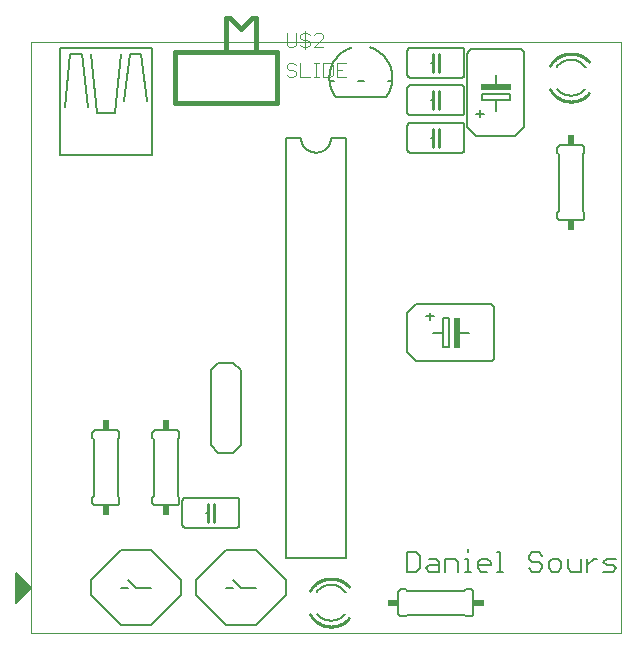
<source format=gbo>
G75*
%MOIN*%
%OFA0B0*%
%FSLAX25Y25*%
%IPPOS*%
%LPD*%
%AMOC8*
5,1,8,0,0,1.08239X$1,22.5*
%
%ADD10C,0.00000*%
%ADD11C,0.00600*%
%ADD12C,0.01000*%
%ADD13R,0.02000X0.10000*%
%ADD14R,0.10000X0.02000*%
%ADD15C,0.00500*%
%ADD16R,0.02400X0.03400*%
%ADD17R,0.03400X0.02400*%
%ADD18C,0.01600*%
%ADD19C,0.00400*%
%ADD20C,0.00800*%
D10*
X0006250Y0003667D02*
X0006250Y0200517D01*
X0203100Y0200517D01*
X0203100Y0003667D01*
X0006250Y0003667D01*
D11*
X0027750Y0046167D02*
X0034750Y0046167D01*
X0034810Y0046169D01*
X0034871Y0046174D01*
X0034930Y0046183D01*
X0034989Y0046196D01*
X0035048Y0046212D01*
X0035105Y0046232D01*
X0035160Y0046255D01*
X0035215Y0046282D01*
X0035267Y0046311D01*
X0035318Y0046344D01*
X0035367Y0046380D01*
X0035413Y0046418D01*
X0035457Y0046460D01*
X0035499Y0046504D01*
X0035537Y0046550D01*
X0035573Y0046599D01*
X0035606Y0046650D01*
X0035635Y0046702D01*
X0035662Y0046757D01*
X0035685Y0046812D01*
X0035705Y0046869D01*
X0035721Y0046928D01*
X0035734Y0046987D01*
X0035743Y0047046D01*
X0035748Y0047107D01*
X0035750Y0047167D01*
X0035750Y0048667D01*
X0035250Y0049167D01*
X0035250Y0068167D01*
X0035750Y0068667D01*
X0035750Y0070167D01*
X0035748Y0070227D01*
X0035743Y0070288D01*
X0035734Y0070347D01*
X0035721Y0070406D01*
X0035705Y0070465D01*
X0035685Y0070522D01*
X0035662Y0070577D01*
X0035635Y0070632D01*
X0035606Y0070684D01*
X0035573Y0070735D01*
X0035537Y0070784D01*
X0035499Y0070830D01*
X0035457Y0070874D01*
X0035413Y0070916D01*
X0035367Y0070954D01*
X0035318Y0070990D01*
X0035267Y0071023D01*
X0035215Y0071052D01*
X0035160Y0071079D01*
X0035105Y0071102D01*
X0035048Y0071122D01*
X0034989Y0071138D01*
X0034930Y0071151D01*
X0034871Y0071160D01*
X0034810Y0071165D01*
X0034750Y0071167D01*
X0027750Y0071167D01*
X0027690Y0071165D01*
X0027629Y0071160D01*
X0027570Y0071151D01*
X0027511Y0071138D01*
X0027452Y0071122D01*
X0027395Y0071102D01*
X0027340Y0071079D01*
X0027285Y0071052D01*
X0027233Y0071023D01*
X0027182Y0070990D01*
X0027133Y0070954D01*
X0027087Y0070916D01*
X0027043Y0070874D01*
X0027001Y0070830D01*
X0026963Y0070784D01*
X0026927Y0070735D01*
X0026894Y0070684D01*
X0026865Y0070632D01*
X0026838Y0070577D01*
X0026815Y0070522D01*
X0026795Y0070465D01*
X0026779Y0070406D01*
X0026766Y0070347D01*
X0026757Y0070288D01*
X0026752Y0070227D01*
X0026750Y0070167D01*
X0026750Y0068667D01*
X0027250Y0068167D01*
X0027250Y0049167D01*
X0026750Y0048667D01*
X0026750Y0047167D01*
X0026752Y0047107D01*
X0026757Y0047046D01*
X0026766Y0046987D01*
X0026779Y0046928D01*
X0026795Y0046869D01*
X0026815Y0046812D01*
X0026838Y0046757D01*
X0026865Y0046702D01*
X0026894Y0046650D01*
X0026927Y0046599D01*
X0026963Y0046550D01*
X0027001Y0046504D01*
X0027043Y0046460D01*
X0027087Y0046418D01*
X0027133Y0046380D01*
X0027182Y0046344D01*
X0027233Y0046311D01*
X0027285Y0046282D01*
X0027340Y0046255D01*
X0027395Y0046232D01*
X0027452Y0046212D01*
X0027511Y0046196D01*
X0027570Y0046183D01*
X0027629Y0046174D01*
X0027690Y0046169D01*
X0027750Y0046167D01*
X0046750Y0047167D02*
X0046750Y0048667D01*
X0047250Y0049167D01*
X0047250Y0068167D01*
X0046750Y0068667D01*
X0046750Y0070167D01*
X0046752Y0070227D01*
X0046757Y0070288D01*
X0046766Y0070347D01*
X0046779Y0070406D01*
X0046795Y0070465D01*
X0046815Y0070522D01*
X0046838Y0070577D01*
X0046865Y0070632D01*
X0046894Y0070684D01*
X0046927Y0070735D01*
X0046963Y0070784D01*
X0047001Y0070830D01*
X0047043Y0070874D01*
X0047087Y0070916D01*
X0047133Y0070954D01*
X0047182Y0070990D01*
X0047233Y0071023D01*
X0047285Y0071052D01*
X0047340Y0071079D01*
X0047395Y0071102D01*
X0047452Y0071122D01*
X0047511Y0071138D01*
X0047570Y0071151D01*
X0047629Y0071160D01*
X0047690Y0071165D01*
X0047750Y0071167D01*
X0054750Y0071167D01*
X0054810Y0071165D01*
X0054871Y0071160D01*
X0054930Y0071151D01*
X0054989Y0071138D01*
X0055048Y0071122D01*
X0055105Y0071102D01*
X0055160Y0071079D01*
X0055215Y0071052D01*
X0055267Y0071023D01*
X0055318Y0070990D01*
X0055367Y0070954D01*
X0055413Y0070916D01*
X0055457Y0070874D01*
X0055499Y0070830D01*
X0055537Y0070784D01*
X0055573Y0070735D01*
X0055606Y0070684D01*
X0055635Y0070632D01*
X0055662Y0070577D01*
X0055685Y0070522D01*
X0055705Y0070465D01*
X0055721Y0070406D01*
X0055734Y0070347D01*
X0055743Y0070288D01*
X0055748Y0070227D01*
X0055750Y0070167D01*
X0055750Y0068667D01*
X0055250Y0068167D01*
X0055250Y0049167D01*
X0055750Y0048667D01*
X0055750Y0047167D01*
X0055748Y0047107D01*
X0055743Y0047046D01*
X0055734Y0046987D01*
X0055721Y0046928D01*
X0055705Y0046869D01*
X0055685Y0046812D01*
X0055662Y0046757D01*
X0055635Y0046702D01*
X0055606Y0046650D01*
X0055573Y0046599D01*
X0055537Y0046550D01*
X0055499Y0046504D01*
X0055457Y0046460D01*
X0055413Y0046418D01*
X0055367Y0046380D01*
X0055318Y0046344D01*
X0055267Y0046311D01*
X0055215Y0046282D01*
X0055160Y0046255D01*
X0055105Y0046232D01*
X0055048Y0046212D01*
X0054989Y0046196D01*
X0054930Y0046183D01*
X0054871Y0046174D01*
X0054810Y0046169D01*
X0054750Y0046167D01*
X0047750Y0046167D01*
X0047690Y0046169D01*
X0047629Y0046174D01*
X0047570Y0046183D01*
X0047511Y0046196D01*
X0047452Y0046212D01*
X0047395Y0046232D01*
X0047340Y0046255D01*
X0047285Y0046282D01*
X0047233Y0046311D01*
X0047182Y0046344D01*
X0047133Y0046380D01*
X0047087Y0046418D01*
X0047043Y0046460D01*
X0047001Y0046504D01*
X0046963Y0046550D01*
X0046927Y0046599D01*
X0046894Y0046650D01*
X0046865Y0046702D01*
X0046838Y0046757D01*
X0046815Y0046812D01*
X0046795Y0046869D01*
X0046779Y0046928D01*
X0046766Y0046987D01*
X0046757Y0047046D01*
X0046752Y0047107D01*
X0046750Y0047167D01*
X0056750Y0047667D02*
X0056750Y0039667D01*
X0056752Y0039607D01*
X0056757Y0039546D01*
X0056766Y0039487D01*
X0056779Y0039428D01*
X0056795Y0039369D01*
X0056815Y0039312D01*
X0056838Y0039257D01*
X0056865Y0039202D01*
X0056894Y0039150D01*
X0056927Y0039099D01*
X0056963Y0039050D01*
X0057001Y0039004D01*
X0057043Y0038960D01*
X0057087Y0038918D01*
X0057133Y0038880D01*
X0057182Y0038844D01*
X0057233Y0038811D01*
X0057285Y0038782D01*
X0057340Y0038755D01*
X0057395Y0038732D01*
X0057452Y0038712D01*
X0057511Y0038696D01*
X0057570Y0038683D01*
X0057629Y0038674D01*
X0057690Y0038669D01*
X0057750Y0038667D01*
X0074750Y0038667D01*
X0074810Y0038669D01*
X0074871Y0038674D01*
X0074930Y0038683D01*
X0074989Y0038696D01*
X0075048Y0038712D01*
X0075105Y0038732D01*
X0075160Y0038755D01*
X0075215Y0038782D01*
X0075267Y0038811D01*
X0075318Y0038844D01*
X0075367Y0038880D01*
X0075413Y0038918D01*
X0075457Y0038960D01*
X0075499Y0039004D01*
X0075537Y0039050D01*
X0075573Y0039099D01*
X0075606Y0039150D01*
X0075635Y0039202D01*
X0075662Y0039257D01*
X0075685Y0039312D01*
X0075705Y0039369D01*
X0075721Y0039428D01*
X0075734Y0039487D01*
X0075743Y0039546D01*
X0075748Y0039607D01*
X0075750Y0039667D01*
X0075750Y0047667D01*
X0075748Y0047727D01*
X0075743Y0047788D01*
X0075734Y0047847D01*
X0075721Y0047906D01*
X0075705Y0047965D01*
X0075685Y0048022D01*
X0075662Y0048077D01*
X0075635Y0048132D01*
X0075606Y0048184D01*
X0075573Y0048235D01*
X0075537Y0048284D01*
X0075499Y0048330D01*
X0075457Y0048374D01*
X0075413Y0048416D01*
X0075367Y0048454D01*
X0075318Y0048490D01*
X0075267Y0048523D01*
X0075215Y0048552D01*
X0075160Y0048579D01*
X0075105Y0048602D01*
X0075048Y0048622D01*
X0074989Y0048638D01*
X0074930Y0048651D01*
X0074871Y0048660D01*
X0074810Y0048665D01*
X0074750Y0048667D01*
X0057750Y0048667D01*
X0057690Y0048665D01*
X0057629Y0048660D01*
X0057570Y0048651D01*
X0057511Y0048638D01*
X0057452Y0048622D01*
X0057395Y0048602D01*
X0057340Y0048579D01*
X0057285Y0048552D01*
X0057233Y0048523D01*
X0057182Y0048490D01*
X0057133Y0048454D01*
X0057087Y0048416D01*
X0057043Y0048374D01*
X0057001Y0048330D01*
X0056963Y0048284D01*
X0056927Y0048235D01*
X0056894Y0048184D01*
X0056865Y0048132D01*
X0056838Y0048077D01*
X0056815Y0048022D01*
X0056795Y0047965D01*
X0056779Y0047906D01*
X0056766Y0047847D01*
X0056757Y0047788D01*
X0056752Y0047727D01*
X0056750Y0047667D01*
X0064750Y0043667D02*
X0065250Y0043667D01*
X0067250Y0043667D02*
X0067750Y0043667D01*
X0091250Y0028667D02*
X0091250Y0168167D01*
X0091250Y0168667D02*
X0096250Y0168667D01*
X0096252Y0168527D01*
X0096258Y0168387D01*
X0096268Y0168247D01*
X0096281Y0168107D01*
X0096299Y0167968D01*
X0096321Y0167829D01*
X0096346Y0167692D01*
X0096375Y0167554D01*
X0096408Y0167418D01*
X0096445Y0167283D01*
X0096486Y0167149D01*
X0096531Y0167016D01*
X0096579Y0166884D01*
X0096631Y0166754D01*
X0096686Y0166625D01*
X0096745Y0166498D01*
X0096808Y0166372D01*
X0096874Y0166248D01*
X0096943Y0166127D01*
X0097016Y0166007D01*
X0097093Y0165889D01*
X0097172Y0165774D01*
X0097255Y0165660D01*
X0097341Y0165550D01*
X0097430Y0165441D01*
X0097522Y0165335D01*
X0097617Y0165232D01*
X0097714Y0165131D01*
X0097815Y0165034D01*
X0097918Y0164939D01*
X0098024Y0164847D01*
X0098133Y0164758D01*
X0098243Y0164672D01*
X0098357Y0164589D01*
X0098472Y0164510D01*
X0098590Y0164433D01*
X0098710Y0164360D01*
X0098831Y0164291D01*
X0098955Y0164225D01*
X0099081Y0164162D01*
X0099208Y0164103D01*
X0099337Y0164048D01*
X0099467Y0163996D01*
X0099599Y0163948D01*
X0099732Y0163903D01*
X0099866Y0163862D01*
X0100001Y0163825D01*
X0100137Y0163792D01*
X0100275Y0163763D01*
X0100412Y0163738D01*
X0100551Y0163716D01*
X0100690Y0163698D01*
X0100830Y0163685D01*
X0100970Y0163675D01*
X0101110Y0163669D01*
X0101250Y0163667D01*
X0101390Y0163669D01*
X0101530Y0163675D01*
X0101670Y0163685D01*
X0101810Y0163698D01*
X0101949Y0163716D01*
X0102088Y0163738D01*
X0102225Y0163763D01*
X0102363Y0163792D01*
X0102499Y0163825D01*
X0102634Y0163862D01*
X0102768Y0163903D01*
X0102901Y0163948D01*
X0103033Y0163996D01*
X0103163Y0164048D01*
X0103292Y0164103D01*
X0103419Y0164162D01*
X0103545Y0164225D01*
X0103669Y0164291D01*
X0103790Y0164360D01*
X0103910Y0164433D01*
X0104028Y0164510D01*
X0104143Y0164589D01*
X0104257Y0164672D01*
X0104367Y0164758D01*
X0104476Y0164847D01*
X0104582Y0164939D01*
X0104685Y0165034D01*
X0104786Y0165131D01*
X0104883Y0165232D01*
X0104978Y0165335D01*
X0105070Y0165441D01*
X0105159Y0165550D01*
X0105245Y0165660D01*
X0105328Y0165774D01*
X0105407Y0165889D01*
X0105484Y0166007D01*
X0105557Y0166127D01*
X0105626Y0166248D01*
X0105692Y0166372D01*
X0105755Y0166498D01*
X0105814Y0166625D01*
X0105869Y0166754D01*
X0105921Y0166884D01*
X0105969Y0167016D01*
X0106014Y0167149D01*
X0106055Y0167283D01*
X0106092Y0167418D01*
X0106125Y0167554D01*
X0106154Y0167692D01*
X0106179Y0167829D01*
X0106201Y0167968D01*
X0106219Y0168107D01*
X0106232Y0168247D01*
X0106242Y0168387D01*
X0106248Y0168527D01*
X0106250Y0168667D01*
X0111250Y0168667D01*
X0111250Y0028667D01*
X0091250Y0028667D01*
X0106250Y0019667D02*
X0106404Y0019665D01*
X0106558Y0019659D01*
X0106712Y0019649D01*
X0106866Y0019635D01*
X0107019Y0019618D01*
X0107171Y0019596D01*
X0107323Y0019570D01*
X0107475Y0019541D01*
X0107625Y0019507D01*
X0107775Y0019470D01*
X0107923Y0019429D01*
X0108071Y0019384D01*
X0108217Y0019335D01*
X0108362Y0019283D01*
X0108505Y0019227D01*
X0108648Y0019167D01*
X0108788Y0019104D01*
X0108927Y0019037D01*
X0109064Y0018966D01*
X0109199Y0018892D01*
X0109332Y0018815D01*
X0109464Y0018734D01*
X0109593Y0018650D01*
X0109720Y0018562D01*
X0109844Y0018471D01*
X0109966Y0018378D01*
X0110086Y0018280D01*
X0110203Y0018180D01*
X0110318Y0018077D01*
X0110430Y0017971D01*
X0110539Y0017863D01*
X0110645Y0017751D01*
X0110749Y0017637D01*
X0110849Y0017520D01*
X0110947Y0017401D01*
X0111041Y0017279D01*
X0111132Y0017154D01*
X0106250Y0007667D02*
X0106098Y0007669D01*
X0105947Y0007675D01*
X0105796Y0007684D01*
X0105644Y0007698D01*
X0105494Y0007715D01*
X0105344Y0007736D01*
X0105194Y0007761D01*
X0105045Y0007789D01*
X0104897Y0007822D01*
X0104750Y0007858D01*
X0104603Y0007897D01*
X0104458Y0007941D01*
X0104314Y0007988D01*
X0104171Y0008039D01*
X0104030Y0008093D01*
X0103889Y0008151D01*
X0103751Y0008212D01*
X0103614Y0008277D01*
X0103478Y0008346D01*
X0103345Y0008417D01*
X0103213Y0008492D01*
X0103083Y0008571D01*
X0102956Y0008652D01*
X0102830Y0008737D01*
X0102706Y0008825D01*
X0102585Y0008916D01*
X0102466Y0009010D01*
X0102350Y0009108D01*
X0102236Y0009208D01*
X0102124Y0009310D01*
X0102016Y0009416D01*
X0101910Y0009524D01*
X0101806Y0009635D01*
X0101706Y0009749D01*
X0101608Y0009865D01*
X0101514Y0009984D01*
X0106250Y0007667D02*
X0106402Y0007669D01*
X0106553Y0007675D01*
X0106704Y0007684D01*
X0106856Y0007698D01*
X0107006Y0007715D01*
X0107156Y0007736D01*
X0107306Y0007761D01*
X0107455Y0007789D01*
X0107603Y0007822D01*
X0107750Y0007858D01*
X0107897Y0007897D01*
X0108042Y0007941D01*
X0108186Y0007988D01*
X0108329Y0008039D01*
X0108470Y0008093D01*
X0108611Y0008151D01*
X0108749Y0008212D01*
X0108886Y0008277D01*
X0109022Y0008346D01*
X0109155Y0008417D01*
X0109287Y0008492D01*
X0109417Y0008571D01*
X0109544Y0008652D01*
X0109670Y0008737D01*
X0109794Y0008825D01*
X0109915Y0008916D01*
X0110034Y0009010D01*
X0110150Y0009108D01*
X0110264Y0009208D01*
X0110376Y0009310D01*
X0110484Y0009416D01*
X0110590Y0009524D01*
X0110694Y0009635D01*
X0110794Y0009749D01*
X0110892Y0009865D01*
X0110986Y0009984D01*
X0106250Y0019667D02*
X0106100Y0019665D01*
X0105949Y0019659D01*
X0105799Y0019650D01*
X0105650Y0019637D01*
X0105500Y0019620D01*
X0105351Y0019599D01*
X0105203Y0019575D01*
X0105055Y0019547D01*
X0104908Y0019515D01*
X0104762Y0019480D01*
X0104617Y0019440D01*
X0104473Y0019398D01*
X0104330Y0019351D01*
X0104188Y0019301D01*
X0104047Y0019248D01*
X0103908Y0019191D01*
X0103770Y0019131D01*
X0103634Y0019067D01*
X0103500Y0019000D01*
X0103367Y0018929D01*
X0103236Y0018855D01*
X0103107Y0018778D01*
X0102980Y0018697D01*
X0102855Y0018614D01*
X0102732Y0018527D01*
X0102611Y0018438D01*
X0102493Y0018345D01*
X0102377Y0018249D01*
X0102263Y0018151D01*
X0102152Y0018050D01*
X0102043Y0017945D01*
X0101938Y0017839D01*
X0101834Y0017729D01*
X0101734Y0017617D01*
X0101636Y0017503D01*
X0101542Y0017386D01*
X0101450Y0017267D01*
X0128750Y0017167D02*
X0128750Y0010167D01*
X0128752Y0010107D01*
X0128757Y0010046D01*
X0128766Y0009987D01*
X0128779Y0009928D01*
X0128795Y0009869D01*
X0128815Y0009812D01*
X0128838Y0009757D01*
X0128865Y0009702D01*
X0128894Y0009650D01*
X0128927Y0009599D01*
X0128963Y0009550D01*
X0129001Y0009504D01*
X0129043Y0009460D01*
X0129087Y0009418D01*
X0129133Y0009380D01*
X0129182Y0009344D01*
X0129233Y0009311D01*
X0129285Y0009282D01*
X0129340Y0009255D01*
X0129395Y0009232D01*
X0129452Y0009212D01*
X0129511Y0009196D01*
X0129570Y0009183D01*
X0129629Y0009174D01*
X0129690Y0009169D01*
X0129750Y0009167D01*
X0131250Y0009167D01*
X0131750Y0009667D01*
X0150750Y0009667D01*
X0151250Y0009167D01*
X0152750Y0009167D01*
X0152810Y0009169D01*
X0152871Y0009174D01*
X0152930Y0009183D01*
X0152989Y0009196D01*
X0153048Y0009212D01*
X0153105Y0009232D01*
X0153160Y0009255D01*
X0153215Y0009282D01*
X0153267Y0009311D01*
X0153318Y0009344D01*
X0153367Y0009380D01*
X0153413Y0009418D01*
X0153457Y0009460D01*
X0153499Y0009504D01*
X0153537Y0009550D01*
X0153573Y0009599D01*
X0153606Y0009650D01*
X0153635Y0009702D01*
X0153662Y0009757D01*
X0153685Y0009812D01*
X0153705Y0009869D01*
X0153721Y0009928D01*
X0153734Y0009987D01*
X0153743Y0010046D01*
X0153748Y0010107D01*
X0153750Y0010167D01*
X0153750Y0017167D01*
X0153748Y0017227D01*
X0153743Y0017288D01*
X0153734Y0017347D01*
X0153721Y0017406D01*
X0153705Y0017465D01*
X0153685Y0017522D01*
X0153662Y0017577D01*
X0153635Y0017632D01*
X0153606Y0017684D01*
X0153573Y0017735D01*
X0153537Y0017784D01*
X0153499Y0017830D01*
X0153457Y0017874D01*
X0153413Y0017916D01*
X0153367Y0017954D01*
X0153318Y0017990D01*
X0153267Y0018023D01*
X0153215Y0018052D01*
X0153160Y0018079D01*
X0153105Y0018102D01*
X0153048Y0018122D01*
X0152989Y0018138D01*
X0152930Y0018151D01*
X0152871Y0018160D01*
X0152810Y0018165D01*
X0152750Y0018167D01*
X0151250Y0018167D01*
X0150750Y0017667D01*
X0131750Y0017667D01*
X0131250Y0018167D01*
X0129750Y0018167D01*
X0129690Y0018165D01*
X0129629Y0018160D01*
X0129570Y0018151D01*
X0129511Y0018138D01*
X0129452Y0018122D01*
X0129395Y0018102D01*
X0129340Y0018079D01*
X0129285Y0018052D01*
X0129233Y0018023D01*
X0129182Y0017990D01*
X0129133Y0017954D01*
X0129087Y0017916D01*
X0129043Y0017874D01*
X0129001Y0017830D01*
X0128963Y0017784D01*
X0128927Y0017735D01*
X0128894Y0017684D01*
X0128865Y0017632D01*
X0128838Y0017577D01*
X0128815Y0017522D01*
X0128795Y0017465D01*
X0128779Y0017406D01*
X0128766Y0017347D01*
X0128757Y0017288D01*
X0128752Y0017227D01*
X0128750Y0017167D01*
X0131550Y0023967D02*
X0134753Y0023967D01*
X0135820Y0025034D01*
X0135820Y0029305D01*
X0134753Y0030372D01*
X0131550Y0030372D01*
X0131550Y0023967D01*
X0137995Y0025034D02*
X0139063Y0023967D01*
X0142266Y0023967D01*
X0142266Y0027169D01*
X0141198Y0028237D01*
X0139063Y0028237D01*
X0139063Y0026102D02*
X0142266Y0026102D01*
X0144441Y0023967D02*
X0144441Y0028237D01*
X0147644Y0028237D01*
X0148711Y0027169D01*
X0148711Y0023967D01*
X0150886Y0023967D02*
X0153022Y0023967D01*
X0151954Y0023967D02*
X0151954Y0028237D01*
X0150886Y0028237D01*
X0151954Y0030372D02*
X0151954Y0031440D01*
X0155183Y0027169D02*
X0156251Y0028237D01*
X0158386Y0028237D01*
X0159454Y0027169D01*
X0159454Y0026102D01*
X0155183Y0026102D01*
X0155183Y0027169D02*
X0155183Y0025034D01*
X0156251Y0023967D01*
X0158386Y0023967D01*
X0161629Y0023967D02*
X0163764Y0023967D01*
X0162697Y0023967D02*
X0162697Y0030372D01*
X0161629Y0030372D01*
X0172371Y0029305D02*
X0172371Y0028237D01*
X0173439Y0027169D01*
X0175574Y0027169D01*
X0176642Y0026102D01*
X0176642Y0025034D01*
X0175574Y0023967D01*
X0173439Y0023967D01*
X0172371Y0025034D01*
X0172371Y0029305D02*
X0173439Y0030372D01*
X0175574Y0030372D01*
X0176642Y0029305D01*
X0178817Y0027169D02*
X0178817Y0025034D01*
X0179885Y0023967D01*
X0182020Y0023967D01*
X0183087Y0025034D01*
X0183087Y0027169D01*
X0182020Y0028237D01*
X0179885Y0028237D01*
X0178817Y0027169D01*
X0185262Y0028237D02*
X0185262Y0025034D01*
X0186330Y0023967D01*
X0189533Y0023967D01*
X0189533Y0028237D01*
X0191708Y0028237D02*
X0191708Y0023967D01*
X0191708Y0026102D02*
X0193843Y0028237D01*
X0194911Y0028237D01*
X0197079Y0027169D02*
X0198147Y0028237D01*
X0201350Y0028237D01*
X0200282Y0026102D02*
X0198147Y0026102D01*
X0197079Y0027169D01*
X0197079Y0023967D02*
X0200282Y0023967D01*
X0201350Y0025034D01*
X0200282Y0026102D01*
X0139063Y0026102D02*
X0137995Y0025034D01*
X0134750Y0094167D02*
X0131750Y0097167D01*
X0131750Y0110167D01*
X0134750Y0113167D01*
X0159250Y0113167D01*
X0159326Y0113165D01*
X0159402Y0113159D01*
X0159477Y0113150D01*
X0159552Y0113136D01*
X0159626Y0113119D01*
X0159699Y0113098D01*
X0159771Y0113074D01*
X0159842Y0113045D01*
X0159911Y0113014D01*
X0159978Y0112979D01*
X0160043Y0112940D01*
X0160107Y0112898D01*
X0160168Y0112853D01*
X0160227Y0112805D01*
X0160283Y0112754D01*
X0160337Y0112700D01*
X0160388Y0112644D01*
X0160436Y0112585D01*
X0160481Y0112524D01*
X0160523Y0112460D01*
X0160562Y0112395D01*
X0160597Y0112328D01*
X0160628Y0112259D01*
X0160657Y0112188D01*
X0160681Y0112116D01*
X0160702Y0112043D01*
X0160719Y0111969D01*
X0160733Y0111894D01*
X0160742Y0111819D01*
X0160748Y0111743D01*
X0160750Y0111667D01*
X0160750Y0095667D01*
X0160748Y0095591D01*
X0160742Y0095515D01*
X0160733Y0095440D01*
X0160719Y0095365D01*
X0160702Y0095291D01*
X0160681Y0095218D01*
X0160657Y0095146D01*
X0160628Y0095075D01*
X0160597Y0095006D01*
X0160562Y0094939D01*
X0160523Y0094874D01*
X0160481Y0094810D01*
X0160436Y0094749D01*
X0160388Y0094690D01*
X0160337Y0094634D01*
X0160283Y0094580D01*
X0160227Y0094529D01*
X0160168Y0094481D01*
X0160107Y0094436D01*
X0160043Y0094394D01*
X0159978Y0094355D01*
X0159911Y0094320D01*
X0159842Y0094289D01*
X0159771Y0094260D01*
X0159699Y0094236D01*
X0159626Y0094215D01*
X0159552Y0094198D01*
X0159477Y0094184D01*
X0159402Y0094175D01*
X0159326Y0094169D01*
X0159250Y0094167D01*
X0134750Y0094167D01*
X0143750Y0098867D02*
X0143750Y0103667D01*
X0143750Y0108467D01*
X0145750Y0108467D01*
X0145750Y0098867D01*
X0143750Y0098867D01*
X0143750Y0103667D02*
X0140250Y0103667D01*
X0139250Y0107767D02*
X0139250Y0110267D01*
X0140550Y0109067D02*
X0137950Y0109067D01*
X0148750Y0103667D02*
X0152250Y0103667D01*
X0182750Y0141167D02*
X0189750Y0141167D01*
X0189810Y0141169D01*
X0189871Y0141174D01*
X0189930Y0141183D01*
X0189989Y0141196D01*
X0190048Y0141212D01*
X0190105Y0141232D01*
X0190160Y0141255D01*
X0190215Y0141282D01*
X0190267Y0141311D01*
X0190318Y0141344D01*
X0190367Y0141380D01*
X0190413Y0141418D01*
X0190457Y0141460D01*
X0190499Y0141504D01*
X0190537Y0141550D01*
X0190573Y0141599D01*
X0190606Y0141650D01*
X0190635Y0141702D01*
X0190662Y0141757D01*
X0190685Y0141812D01*
X0190705Y0141869D01*
X0190721Y0141928D01*
X0190734Y0141987D01*
X0190743Y0142046D01*
X0190748Y0142107D01*
X0190750Y0142167D01*
X0190750Y0143667D01*
X0190250Y0144167D01*
X0190250Y0163167D01*
X0190750Y0163667D01*
X0190750Y0165167D01*
X0190748Y0165227D01*
X0190743Y0165288D01*
X0190734Y0165347D01*
X0190721Y0165406D01*
X0190705Y0165465D01*
X0190685Y0165522D01*
X0190662Y0165577D01*
X0190635Y0165632D01*
X0190606Y0165684D01*
X0190573Y0165735D01*
X0190537Y0165784D01*
X0190499Y0165830D01*
X0190457Y0165874D01*
X0190413Y0165916D01*
X0190367Y0165954D01*
X0190318Y0165990D01*
X0190267Y0166023D01*
X0190215Y0166052D01*
X0190160Y0166079D01*
X0190105Y0166102D01*
X0190048Y0166122D01*
X0189989Y0166138D01*
X0189930Y0166151D01*
X0189871Y0166160D01*
X0189810Y0166165D01*
X0189750Y0166167D01*
X0182750Y0166167D01*
X0182690Y0166165D01*
X0182629Y0166160D01*
X0182570Y0166151D01*
X0182511Y0166138D01*
X0182452Y0166122D01*
X0182395Y0166102D01*
X0182340Y0166079D01*
X0182285Y0166052D01*
X0182233Y0166023D01*
X0182182Y0165990D01*
X0182133Y0165954D01*
X0182087Y0165916D01*
X0182043Y0165874D01*
X0182001Y0165830D01*
X0181963Y0165784D01*
X0181927Y0165735D01*
X0181894Y0165684D01*
X0181865Y0165632D01*
X0181838Y0165577D01*
X0181815Y0165522D01*
X0181795Y0165465D01*
X0181779Y0165406D01*
X0181766Y0165347D01*
X0181757Y0165288D01*
X0181752Y0165227D01*
X0181750Y0165167D01*
X0181750Y0163667D01*
X0182250Y0163167D01*
X0182250Y0144167D01*
X0181750Y0143667D01*
X0181750Y0142167D01*
X0181752Y0142107D01*
X0181757Y0142046D01*
X0181766Y0141987D01*
X0181779Y0141928D01*
X0181795Y0141869D01*
X0181815Y0141812D01*
X0181838Y0141757D01*
X0181865Y0141702D01*
X0181894Y0141650D01*
X0181927Y0141599D01*
X0181963Y0141550D01*
X0182001Y0141504D01*
X0182043Y0141460D01*
X0182087Y0141418D01*
X0182133Y0141380D01*
X0182182Y0141344D01*
X0182233Y0141311D01*
X0182285Y0141282D01*
X0182340Y0141255D01*
X0182395Y0141232D01*
X0182452Y0141212D01*
X0182511Y0141196D01*
X0182570Y0141183D01*
X0182629Y0141174D01*
X0182690Y0141169D01*
X0182750Y0141167D01*
X0167750Y0169167D02*
X0154750Y0169167D01*
X0151750Y0172167D01*
X0151750Y0196667D01*
X0150750Y0197667D02*
X0150750Y0189667D01*
X0150748Y0189607D01*
X0150743Y0189546D01*
X0150734Y0189487D01*
X0150721Y0189428D01*
X0150705Y0189369D01*
X0150685Y0189312D01*
X0150662Y0189257D01*
X0150635Y0189202D01*
X0150606Y0189150D01*
X0150573Y0189099D01*
X0150537Y0189050D01*
X0150499Y0189004D01*
X0150457Y0188960D01*
X0150413Y0188918D01*
X0150367Y0188880D01*
X0150318Y0188844D01*
X0150267Y0188811D01*
X0150215Y0188782D01*
X0150160Y0188755D01*
X0150105Y0188732D01*
X0150048Y0188712D01*
X0149989Y0188696D01*
X0149930Y0188683D01*
X0149871Y0188674D01*
X0149810Y0188669D01*
X0149750Y0188667D01*
X0132750Y0188667D01*
X0132690Y0188669D01*
X0132629Y0188674D01*
X0132570Y0188683D01*
X0132511Y0188696D01*
X0132452Y0188712D01*
X0132395Y0188732D01*
X0132340Y0188755D01*
X0132285Y0188782D01*
X0132233Y0188811D01*
X0132182Y0188844D01*
X0132133Y0188880D01*
X0132087Y0188918D01*
X0132043Y0188960D01*
X0132001Y0189004D01*
X0131963Y0189050D01*
X0131927Y0189099D01*
X0131894Y0189150D01*
X0131865Y0189202D01*
X0131838Y0189257D01*
X0131815Y0189312D01*
X0131795Y0189369D01*
X0131779Y0189428D01*
X0131766Y0189487D01*
X0131757Y0189546D01*
X0131752Y0189607D01*
X0131750Y0189667D01*
X0131750Y0197667D01*
X0131752Y0197727D01*
X0131757Y0197788D01*
X0131766Y0197847D01*
X0131779Y0197906D01*
X0131795Y0197965D01*
X0131815Y0198022D01*
X0131838Y0198077D01*
X0131865Y0198132D01*
X0131894Y0198184D01*
X0131927Y0198235D01*
X0131963Y0198284D01*
X0132001Y0198330D01*
X0132043Y0198374D01*
X0132087Y0198416D01*
X0132133Y0198454D01*
X0132182Y0198490D01*
X0132233Y0198523D01*
X0132285Y0198552D01*
X0132340Y0198579D01*
X0132395Y0198602D01*
X0132452Y0198622D01*
X0132511Y0198638D01*
X0132570Y0198651D01*
X0132629Y0198660D01*
X0132690Y0198665D01*
X0132750Y0198667D01*
X0149750Y0198667D01*
X0149810Y0198665D01*
X0149871Y0198660D01*
X0149930Y0198651D01*
X0149989Y0198638D01*
X0150048Y0198622D01*
X0150105Y0198602D01*
X0150160Y0198579D01*
X0150215Y0198552D01*
X0150267Y0198523D01*
X0150318Y0198490D01*
X0150367Y0198454D01*
X0150413Y0198416D01*
X0150457Y0198374D01*
X0150499Y0198330D01*
X0150537Y0198284D01*
X0150573Y0198235D01*
X0150606Y0198184D01*
X0150635Y0198132D01*
X0150662Y0198077D01*
X0150685Y0198022D01*
X0150705Y0197965D01*
X0150721Y0197906D01*
X0150734Y0197847D01*
X0150743Y0197788D01*
X0150748Y0197727D01*
X0150750Y0197667D01*
X0153250Y0198167D02*
X0169250Y0198167D01*
X0169326Y0198165D01*
X0169402Y0198159D01*
X0169477Y0198150D01*
X0169552Y0198136D01*
X0169626Y0198119D01*
X0169699Y0198098D01*
X0169771Y0198074D01*
X0169842Y0198045D01*
X0169911Y0198014D01*
X0169978Y0197979D01*
X0170043Y0197940D01*
X0170107Y0197898D01*
X0170168Y0197853D01*
X0170227Y0197805D01*
X0170283Y0197754D01*
X0170337Y0197700D01*
X0170388Y0197644D01*
X0170436Y0197585D01*
X0170481Y0197524D01*
X0170523Y0197460D01*
X0170562Y0197395D01*
X0170597Y0197328D01*
X0170628Y0197259D01*
X0170657Y0197188D01*
X0170681Y0197116D01*
X0170702Y0197043D01*
X0170719Y0196969D01*
X0170733Y0196894D01*
X0170742Y0196819D01*
X0170748Y0196743D01*
X0170750Y0196667D01*
X0170750Y0172167D01*
X0167750Y0169167D01*
X0161250Y0177667D02*
X0161250Y0181167D01*
X0156450Y0181167D01*
X0156450Y0183167D01*
X0166050Y0183167D01*
X0166050Y0181167D01*
X0161250Y0181167D01*
X0157150Y0176667D02*
X0154650Y0176667D01*
X0155850Y0177967D02*
X0155850Y0175367D01*
X0150750Y0177167D02*
X0150750Y0185167D01*
X0150748Y0185227D01*
X0150743Y0185288D01*
X0150734Y0185347D01*
X0150721Y0185406D01*
X0150705Y0185465D01*
X0150685Y0185522D01*
X0150662Y0185577D01*
X0150635Y0185632D01*
X0150606Y0185684D01*
X0150573Y0185735D01*
X0150537Y0185784D01*
X0150499Y0185830D01*
X0150457Y0185874D01*
X0150413Y0185916D01*
X0150367Y0185954D01*
X0150318Y0185990D01*
X0150267Y0186023D01*
X0150215Y0186052D01*
X0150160Y0186079D01*
X0150105Y0186102D01*
X0150048Y0186122D01*
X0149989Y0186138D01*
X0149930Y0186151D01*
X0149871Y0186160D01*
X0149810Y0186165D01*
X0149750Y0186167D01*
X0132750Y0186167D01*
X0132690Y0186165D01*
X0132629Y0186160D01*
X0132570Y0186151D01*
X0132511Y0186138D01*
X0132452Y0186122D01*
X0132395Y0186102D01*
X0132340Y0186079D01*
X0132285Y0186052D01*
X0132233Y0186023D01*
X0132182Y0185990D01*
X0132133Y0185954D01*
X0132087Y0185916D01*
X0132043Y0185874D01*
X0132001Y0185830D01*
X0131963Y0185784D01*
X0131927Y0185735D01*
X0131894Y0185684D01*
X0131865Y0185632D01*
X0131838Y0185577D01*
X0131815Y0185522D01*
X0131795Y0185465D01*
X0131779Y0185406D01*
X0131766Y0185347D01*
X0131757Y0185288D01*
X0131752Y0185227D01*
X0131750Y0185167D01*
X0131750Y0177167D01*
X0131752Y0177107D01*
X0131757Y0177046D01*
X0131766Y0176987D01*
X0131779Y0176928D01*
X0131795Y0176869D01*
X0131815Y0176812D01*
X0131838Y0176757D01*
X0131865Y0176702D01*
X0131894Y0176650D01*
X0131927Y0176599D01*
X0131963Y0176550D01*
X0132001Y0176504D01*
X0132043Y0176460D01*
X0132087Y0176418D01*
X0132133Y0176380D01*
X0132182Y0176344D01*
X0132233Y0176311D01*
X0132285Y0176282D01*
X0132340Y0176255D01*
X0132395Y0176232D01*
X0132452Y0176212D01*
X0132511Y0176196D01*
X0132570Y0176183D01*
X0132629Y0176174D01*
X0132690Y0176169D01*
X0132750Y0176167D01*
X0149750Y0176167D01*
X0149810Y0176169D01*
X0149871Y0176174D01*
X0149930Y0176183D01*
X0149989Y0176196D01*
X0150048Y0176212D01*
X0150105Y0176232D01*
X0150160Y0176255D01*
X0150215Y0176282D01*
X0150267Y0176311D01*
X0150318Y0176344D01*
X0150367Y0176380D01*
X0150413Y0176418D01*
X0150457Y0176460D01*
X0150499Y0176504D01*
X0150537Y0176550D01*
X0150573Y0176599D01*
X0150606Y0176650D01*
X0150635Y0176702D01*
X0150662Y0176757D01*
X0150685Y0176812D01*
X0150705Y0176869D01*
X0150721Y0176928D01*
X0150734Y0176987D01*
X0150743Y0177046D01*
X0150748Y0177107D01*
X0150750Y0177167D01*
X0149750Y0173667D02*
X0132750Y0173667D01*
X0132690Y0173665D01*
X0132629Y0173660D01*
X0132570Y0173651D01*
X0132511Y0173638D01*
X0132452Y0173622D01*
X0132395Y0173602D01*
X0132340Y0173579D01*
X0132285Y0173552D01*
X0132233Y0173523D01*
X0132182Y0173490D01*
X0132133Y0173454D01*
X0132087Y0173416D01*
X0132043Y0173374D01*
X0132001Y0173330D01*
X0131963Y0173284D01*
X0131927Y0173235D01*
X0131894Y0173184D01*
X0131865Y0173132D01*
X0131838Y0173077D01*
X0131815Y0173022D01*
X0131795Y0172965D01*
X0131779Y0172906D01*
X0131766Y0172847D01*
X0131757Y0172788D01*
X0131752Y0172727D01*
X0131750Y0172667D01*
X0131750Y0164667D01*
X0131752Y0164607D01*
X0131757Y0164546D01*
X0131766Y0164487D01*
X0131779Y0164428D01*
X0131795Y0164369D01*
X0131815Y0164312D01*
X0131838Y0164257D01*
X0131865Y0164202D01*
X0131894Y0164150D01*
X0131927Y0164099D01*
X0131963Y0164050D01*
X0132001Y0164004D01*
X0132043Y0163960D01*
X0132087Y0163918D01*
X0132133Y0163880D01*
X0132182Y0163844D01*
X0132233Y0163811D01*
X0132285Y0163782D01*
X0132340Y0163755D01*
X0132395Y0163732D01*
X0132452Y0163712D01*
X0132511Y0163696D01*
X0132570Y0163683D01*
X0132629Y0163674D01*
X0132690Y0163669D01*
X0132750Y0163667D01*
X0149750Y0163667D01*
X0149810Y0163669D01*
X0149871Y0163674D01*
X0149930Y0163683D01*
X0149989Y0163696D01*
X0150048Y0163712D01*
X0150105Y0163732D01*
X0150160Y0163755D01*
X0150215Y0163782D01*
X0150267Y0163811D01*
X0150318Y0163844D01*
X0150367Y0163880D01*
X0150413Y0163918D01*
X0150457Y0163960D01*
X0150499Y0164004D01*
X0150537Y0164050D01*
X0150573Y0164099D01*
X0150606Y0164150D01*
X0150635Y0164202D01*
X0150662Y0164257D01*
X0150685Y0164312D01*
X0150705Y0164369D01*
X0150721Y0164428D01*
X0150734Y0164487D01*
X0150743Y0164546D01*
X0150748Y0164607D01*
X0150750Y0164667D01*
X0150750Y0172667D01*
X0150748Y0172727D01*
X0150743Y0172788D01*
X0150734Y0172847D01*
X0150721Y0172906D01*
X0150705Y0172965D01*
X0150685Y0173022D01*
X0150662Y0173077D01*
X0150635Y0173132D01*
X0150606Y0173184D01*
X0150573Y0173235D01*
X0150537Y0173284D01*
X0150499Y0173330D01*
X0150457Y0173374D01*
X0150413Y0173416D01*
X0150367Y0173454D01*
X0150318Y0173490D01*
X0150267Y0173523D01*
X0150215Y0173552D01*
X0150160Y0173579D01*
X0150105Y0173602D01*
X0150048Y0173622D01*
X0149989Y0173638D01*
X0149930Y0173651D01*
X0149871Y0173660D01*
X0149810Y0173665D01*
X0149750Y0173667D01*
X0142750Y0168667D02*
X0142250Y0168667D01*
X0140250Y0168667D02*
X0139750Y0168667D01*
X0139750Y0181167D02*
X0140250Y0181167D01*
X0142250Y0181167D02*
X0142750Y0181167D01*
X0142750Y0193667D02*
X0142250Y0193667D01*
X0140250Y0193667D02*
X0139750Y0193667D01*
X0151750Y0196667D02*
X0151752Y0196743D01*
X0151758Y0196819D01*
X0151767Y0196894D01*
X0151781Y0196969D01*
X0151798Y0197043D01*
X0151819Y0197116D01*
X0151843Y0197188D01*
X0151872Y0197259D01*
X0151903Y0197328D01*
X0151938Y0197395D01*
X0151977Y0197460D01*
X0152019Y0197524D01*
X0152064Y0197585D01*
X0152112Y0197644D01*
X0152163Y0197700D01*
X0152217Y0197754D01*
X0152273Y0197805D01*
X0152332Y0197853D01*
X0152393Y0197898D01*
X0152457Y0197940D01*
X0152522Y0197979D01*
X0152589Y0198014D01*
X0152658Y0198045D01*
X0152729Y0198074D01*
X0152801Y0198098D01*
X0152874Y0198119D01*
X0152948Y0198136D01*
X0153023Y0198150D01*
X0153098Y0198159D01*
X0153174Y0198165D01*
X0153250Y0198167D01*
X0161250Y0189667D02*
X0161250Y0186167D01*
X0186250Y0194667D02*
X0186404Y0194665D01*
X0186558Y0194659D01*
X0186712Y0194649D01*
X0186866Y0194635D01*
X0187019Y0194618D01*
X0187171Y0194596D01*
X0187323Y0194570D01*
X0187475Y0194541D01*
X0187625Y0194507D01*
X0187775Y0194470D01*
X0187923Y0194429D01*
X0188071Y0194384D01*
X0188217Y0194335D01*
X0188362Y0194283D01*
X0188505Y0194227D01*
X0188648Y0194167D01*
X0188788Y0194104D01*
X0188927Y0194037D01*
X0189064Y0193966D01*
X0189199Y0193892D01*
X0189332Y0193815D01*
X0189464Y0193734D01*
X0189593Y0193650D01*
X0189720Y0193562D01*
X0189844Y0193471D01*
X0189966Y0193378D01*
X0190086Y0193280D01*
X0190203Y0193180D01*
X0190318Y0193077D01*
X0190430Y0192971D01*
X0190539Y0192863D01*
X0190645Y0192751D01*
X0190749Y0192637D01*
X0190849Y0192520D01*
X0190947Y0192401D01*
X0191041Y0192279D01*
X0191132Y0192154D01*
X0186250Y0182667D02*
X0186098Y0182669D01*
X0185947Y0182675D01*
X0185796Y0182684D01*
X0185644Y0182698D01*
X0185494Y0182715D01*
X0185344Y0182736D01*
X0185194Y0182761D01*
X0185045Y0182789D01*
X0184897Y0182822D01*
X0184750Y0182858D01*
X0184603Y0182897D01*
X0184458Y0182941D01*
X0184314Y0182988D01*
X0184171Y0183039D01*
X0184030Y0183093D01*
X0183889Y0183151D01*
X0183751Y0183212D01*
X0183614Y0183277D01*
X0183478Y0183346D01*
X0183345Y0183417D01*
X0183213Y0183492D01*
X0183083Y0183571D01*
X0182956Y0183652D01*
X0182830Y0183737D01*
X0182706Y0183825D01*
X0182585Y0183916D01*
X0182466Y0184010D01*
X0182350Y0184108D01*
X0182236Y0184208D01*
X0182124Y0184310D01*
X0182016Y0184416D01*
X0181910Y0184524D01*
X0181806Y0184635D01*
X0181706Y0184749D01*
X0181608Y0184865D01*
X0181514Y0184984D01*
X0186250Y0182667D02*
X0186402Y0182669D01*
X0186553Y0182675D01*
X0186704Y0182684D01*
X0186856Y0182698D01*
X0187006Y0182715D01*
X0187156Y0182736D01*
X0187306Y0182761D01*
X0187455Y0182789D01*
X0187603Y0182822D01*
X0187750Y0182858D01*
X0187897Y0182897D01*
X0188042Y0182941D01*
X0188186Y0182988D01*
X0188329Y0183039D01*
X0188470Y0183093D01*
X0188611Y0183151D01*
X0188749Y0183212D01*
X0188886Y0183277D01*
X0189022Y0183346D01*
X0189155Y0183417D01*
X0189287Y0183492D01*
X0189417Y0183571D01*
X0189544Y0183652D01*
X0189670Y0183737D01*
X0189794Y0183825D01*
X0189915Y0183916D01*
X0190034Y0184010D01*
X0190150Y0184108D01*
X0190264Y0184208D01*
X0190376Y0184310D01*
X0190484Y0184416D01*
X0190590Y0184524D01*
X0190694Y0184635D01*
X0190794Y0184749D01*
X0190892Y0184865D01*
X0190986Y0184984D01*
X0186250Y0194667D02*
X0186100Y0194665D01*
X0185949Y0194659D01*
X0185799Y0194650D01*
X0185650Y0194637D01*
X0185500Y0194620D01*
X0185351Y0194599D01*
X0185203Y0194575D01*
X0185055Y0194547D01*
X0184908Y0194515D01*
X0184762Y0194480D01*
X0184617Y0194440D01*
X0184473Y0194398D01*
X0184330Y0194351D01*
X0184188Y0194301D01*
X0184047Y0194248D01*
X0183908Y0194191D01*
X0183770Y0194131D01*
X0183634Y0194067D01*
X0183500Y0194000D01*
X0183367Y0193929D01*
X0183236Y0193855D01*
X0183107Y0193778D01*
X0182980Y0193697D01*
X0182855Y0193614D01*
X0182732Y0193527D01*
X0182611Y0193438D01*
X0182493Y0193345D01*
X0182377Y0193249D01*
X0182263Y0193151D01*
X0182152Y0193050D01*
X0182043Y0192945D01*
X0181938Y0192839D01*
X0181834Y0192729D01*
X0181734Y0192617D01*
X0181636Y0192503D01*
X0181542Y0192386D01*
X0181450Y0192267D01*
D12*
X0179304Y0184698D02*
X0179403Y0184529D01*
X0179507Y0184363D01*
X0179614Y0184199D01*
X0179725Y0184038D01*
X0179840Y0183880D01*
X0179959Y0183725D01*
X0180082Y0183572D01*
X0180208Y0183423D01*
X0180338Y0183277D01*
X0180472Y0183134D01*
X0180609Y0182994D01*
X0180749Y0182858D01*
X0180893Y0182725D01*
X0181040Y0182596D01*
X0181190Y0182470D01*
X0181343Y0182349D01*
X0181499Y0182230D01*
X0181658Y0182116D01*
X0181819Y0182006D01*
X0181984Y0181900D01*
X0182150Y0181797D01*
X0182320Y0181699D01*
X0182491Y0181605D01*
X0182665Y0181515D01*
X0182841Y0181430D01*
X0183019Y0181348D01*
X0183199Y0181272D01*
X0183381Y0181199D01*
X0183564Y0181131D01*
X0183749Y0181068D01*
X0183936Y0181009D01*
X0184124Y0180955D01*
X0184313Y0180905D01*
X0184503Y0180860D01*
X0184695Y0180820D01*
X0184887Y0180784D01*
X0185080Y0180753D01*
X0185274Y0180727D01*
X0185469Y0180705D01*
X0185664Y0180689D01*
X0185859Y0180677D01*
X0186055Y0180669D01*
X0186250Y0180667D01*
X0179191Y0192432D02*
X0179284Y0192600D01*
X0179380Y0192766D01*
X0179480Y0192930D01*
X0179585Y0193091D01*
X0179693Y0193250D01*
X0179805Y0193406D01*
X0179921Y0193560D01*
X0180040Y0193710D01*
X0180163Y0193858D01*
X0180289Y0194003D01*
X0180419Y0194144D01*
X0180552Y0194283D01*
X0180689Y0194418D01*
X0180829Y0194550D01*
X0180971Y0194678D01*
X0181117Y0194803D01*
X0181266Y0194925D01*
X0181418Y0195043D01*
X0181572Y0195157D01*
X0181730Y0195267D01*
X0181889Y0195374D01*
X0182052Y0195477D01*
X0182217Y0195576D01*
X0182384Y0195671D01*
X0182553Y0195761D01*
X0182724Y0195848D01*
X0182898Y0195931D01*
X0183073Y0196009D01*
X0183251Y0196083D01*
X0183430Y0196153D01*
X0183610Y0196219D01*
X0183792Y0196280D01*
X0183976Y0196337D01*
X0184161Y0196389D01*
X0184347Y0196437D01*
X0184534Y0196481D01*
X0184722Y0196520D01*
X0184911Y0196554D01*
X0185101Y0196584D01*
X0185291Y0196609D01*
X0185482Y0196630D01*
X0185674Y0196646D01*
X0185866Y0196658D01*
X0186058Y0196665D01*
X0186250Y0196667D01*
X0192357Y0183499D02*
X0192230Y0183353D01*
X0192101Y0183211D01*
X0191967Y0183071D01*
X0191831Y0182935D01*
X0191691Y0182802D01*
X0191548Y0182672D01*
X0191401Y0182546D01*
X0191252Y0182424D01*
X0191100Y0182305D01*
X0190945Y0182190D01*
X0190788Y0182078D01*
X0190628Y0181971D01*
X0190465Y0181867D01*
X0190299Y0181768D01*
X0190132Y0181672D01*
X0189962Y0181580D01*
X0189790Y0181493D01*
X0189616Y0181409D01*
X0189440Y0181330D01*
X0189262Y0181256D01*
X0189082Y0181185D01*
X0188901Y0181119D01*
X0188718Y0181057D01*
X0188534Y0181000D01*
X0188348Y0180947D01*
X0188161Y0180899D01*
X0187973Y0180855D01*
X0187784Y0180816D01*
X0187594Y0180781D01*
X0187404Y0180751D01*
X0187213Y0180725D01*
X0187021Y0180704D01*
X0186828Y0180688D01*
X0186636Y0180676D01*
X0186443Y0180669D01*
X0186250Y0180667D01*
X0192396Y0193789D02*
X0192269Y0193937D01*
X0192139Y0194082D01*
X0192006Y0194223D01*
X0191869Y0194362D01*
X0191729Y0194497D01*
X0191585Y0194628D01*
X0191438Y0194756D01*
X0191289Y0194881D01*
X0191136Y0195002D01*
X0190981Y0195119D01*
X0190822Y0195232D01*
X0190661Y0195341D01*
X0190497Y0195446D01*
X0190331Y0195548D01*
X0190162Y0195645D01*
X0189992Y0195738D01*
X0189818Y0195827D01*
X0189643Y0195912D01*
X0189466Y0195992D01*
X0189287Y0196068D01*
X0189106Y0196140D01*
X0188923Y0196207D01*
X0188739Y0196270D01*
X0188553Y0196328D01*
X0188366Y0196382D01*
X0188178Y0196431D01*
X0187988Y0196476D01*
X0187798Y0196516D01*
X0187606Y0196551D01*
X0187414Y0196582D01*
X0187221Y0196608D01*
X0187027Y0196629D01*
X0186833Y0196646D01*
X0186639Y0196658D01*
X0186445Y0196665D01*
X0186250Y0196667D01*
X0142250Y0196667D02*
X0142250Y0193667D01*
X0142250Y0190667D01*
X0140250Y0190667D02*
X0140250Y0193667D01*
X0140250Y0196667D01*
X0140250Y0184167D02*
X0140250Y0181167D01*
X0140250Y0178167D01*
X0142250Y0178167D02*
X0142250Y0181167D01*
X0142250Y0184167D01*
X0142250Y0171667D02*
X0142250Y0168667D01*
X0142250Y0165667D01*
X0140250Y0165667D02*
X0140250Y0168667D01*
X0140250Y0171667D01*
X0067250Y0046667D02*
X0067250Y0043667D01*
X0067250Y0040667D01*
X0065250Y0040667D02*
X0065250Y0043667D01*
X0065250Y0046667D01*
X0099304Y0009698D02*
X0099403Y0009529D01*
X0099507Y0009363D01*
X0099614Y0009199D01*
X0099725Y0009038D01*
X0099840Y0008880D01*
X0099959Y0008725D01*
X0100082Y0008572D01*
X0100208Y0008423D01*
X0100338Y0008277D01*
X0100472Y0008134D01*
X0100609Y0007994D01*
X0100749Y0007858D01*
X0100893Y0007725D01*
X0101040Y0007596D01*
X0101190Y0007470D01*
X0101343Y0007349D01*
X0101499Y0007230D01*
X0101658Y0007116D01*
X0101819Y0007006D01*
X0101984Y0006900D01*
X0102150Y0006797D01*
X0102320Y0006699D01*
X0102491Y0006605D01*
X0102665Y0006515D01*
X0102841Y0006430D01*
X0103019Y0006348D01*
X0103199Y0006272D01*
X0103381Y0006199D01*
X0103564Y0006131D01*
X0103749Y0006068D01*
X0103936Y0006009D01*
X0104124Y0005955D01*
X0104313Y0005905D01*
X0104503Y0005860D01*
X0104695Y0005820D01*
X0104887Y0005784D01*
X0105080Y0005753D01*
X0105274Y0005727D01*
X0105469Y0005705D01*
X0105664Y0005689D01*
X0105859Y0005677D01*
X0106055Y0005669D01*
X0106250Y0005667D01*
X0099191Y0017432D02*
X0099284Y0017600D01*
X0099380Y0017766D01*
X0099480Y0017930D01*
X0099585Y0018091D01*
X0099693Y0018250D01*
X0099805Y0018406D01*
X0099921Y0018560D01*
X0100040Y0018710D01*
X0100163Y0018858D01*
X0100289Y0019003D01*
X0100419Y0019144D01*
X0100552Y0019283D01*
X0100689Y0019418D01*
X0100829Y0019550D01*
X0100971Y0019678D01*
X0101117Y0019803D01*
X0101266Y0019925D01*
X0101418Y0020043D01*
X0101572Y0020157D01*
X0101730Y0020267D01*
X0101889Y0020374D01*
X0102052Y0020477D01*
X0102217Y0020576D01*
X0102384Y0020671D01*
X0102553Y0020761D01*
X0102724Y0020848D01*
X0102898Y0020931D01*
X0103073Y0021009D01*
X0103251Y0021083D01*
X0103430Y0021153D01*
X0103610Y0021219D01*
X0103792Y0021280D01*
X0103976Y0021337D01*
X0104161Y0021389D01*
X0104347Y0021437D01*
X0104534Y0021481D01*
X0104722Y0021520D01*
X0104911Y0021554D01*
X0105101Y0021584D01*
X0105291Y0021609D01*
X0105482Y0021630D01*
X0105674Y0021646D01*
X0105866Y0021658D01*
X0106058Y0021665D01*
X0106250Y0021667D01*
X0112357Y0008499D02*
X0112230Y0008353D01*
X0112101Y0008211D01*
X0111967Y0008071D01*
X0111831Y0007935D01*
X0111691Y0007802D01*
X0111548Y0007672D01*
X0111401Y0007546D01*
X0111252Y0007424D01*
X0111100Y0007305D01*
X0110945Y0007190D01*
X0110788Y0007078D01*
X0110628Y0006971D01*
X0110465Y0006867D01*
X0110299Y0006768D01*
X0110132Y0006672D01*
X0109962Y0006580D01*
X0109790Y0006493D01*
X0109616Y0006409D01*
X0109440Y0006330D01*
X0109262Y0006256D01*
X0109082Y0006185D01*
X0108901Y0006119D01*
X0108718Y0006057D01*
X0108534Y0006000D01*
X0108348Y0005947D01*
X0108161Y0005899D01*
X0107973Y0005855D01*
X0107784Y0005816D01*
X0107594Y0005781D01*
X0107404Y0005751D01*
X0107213Y0005725D01*
X0107021Y0005704D01*
X0106828Y0005688D01*
X0106636Y0005676D01*
X0106443Y0005669D01*
X0106250Y0005667D01*
X0112396Y0018789D02*
X0112269Y0018937D01*
X0112139Y0019082D01*
X0112006Y0019223D01*
X0111869Y0019362D01*
X0111729Y0019497D01*
X0111585Y0019628D01*
X0111438Y0019756D01*
X0111289Y0019881D01*
X0111136Y0020002D01*
X0110981Y0020119D01*
X0110822Y0020232D01*
X0110661Y0020341D01*
X0110497Y0020446D01*
X0110331Y0020548D01*
X0110162Y0020645D01*
X0109992Y0020738D01*
X0109818Y0020827D01*
X0109643Y0020912D01*
X0109466Y0020992D01*
X0109287Y0021068D01*
X0109106Y0021140D01*
X0108923Y0021207D01*
X0108739Y0021270D01*
X0108553Y0021328D01*
X0108366Y0021382D01*
X0108178Y0021431D01*
X0107988Y0021476D01*
X0107798Y0021516D01*
X0107606Y0021551D01*
X0107414Y0021582D01*
X0107221Y0021608D01*
X0107027Y0021629D01*
X0106833Y0021646D01*
X0106639Y0021658D01*
X0106445Y0021665D01*
X0106250Y0021667D01*
D13*
X0148250Y0103667D03*
D14*
X0161250Y0185667D03*
D15*
X0126702Y0187667D02*
X0125123Y0187667D01*
X0124496Y0182167D02*
X0108004Y0182167D01*
X0107377Y0187667D02*
X0105798Y0187667D01*
X0115123Y0187667D02*
X0117377Y0187667D01*
X0108004Y0182166D02*
X0107851Y0182365D01*
X0107703Y0182567D01*
X0107560Y0182772D01*
X0107422Y0182981D01*
X0107289Y0183193D01*
X0107161Y0183408D01*
X0107039Y0183626D01*
X0106921Y0183847D01*
X0106809Y0184071D01*
X0106702Y0184297D01*
X0106601Y0184526D01*
X0106505Y0184757D01*
X0106414Y0184991D01*
X0106329Y0185226D01*
X0106250Y0185464D01*
X0106177Y0185703D01*
X0106109Y0185944D01*
X0106047Y0186186D01*
X0105991Y0186430D01*
X0105940Y0186676D01*
X0105896Y0186922D01*
X0105857Y0187169D01*
X0105825Y0187417D01*
X0105798Y0187666D01*
X0119346Y0198700D02*
X0119588Y0198622D01*
X0119828Y0198538D01*
X0120066Y0198449D01*
X0120302Y0198353D01*
X0120536Y0198252D01*
X0120767Y0198146D01*
X0120995Y0198033D01*
X0121221Y0197916D01*
X0121444Y0197793D01*
X0121663Y0197664D01*
X0121880Y0197530D01*
X0122093Y0197391D01*
X0122303Y0197247D01*
X0122509Y0197098D01*
X0122711Y0196944D01*
X0122910Y0196785D01*
X0123105Y0196621D01*
X0123296Y0196452D01*
X0123482Y0196279D01*
X0123665Y0196102D01*
X0123843Y0195920D01*
X0124016Y0195734D01*
X0124185Y0195543D01*
X0124349Y0195349D01*
X0124509Y0195151D01*
X0124664Y0194949D01*
X0124813Y0194743D01*
X0124958Y0194534D01*
X0125098Y0194321D01*
X0125232Y0194105D01*
X0125361Y0193885D01*
X0125485Y0193663D01*
X0125604Y0193438D01*
X0125716Y0193210D01*
X0125824Y0192979D01*
X0125925Y0192746D01*
X0126021Y0192510D01*
X0126112Y0192272D01*
X0126196Y0192032D01*
X0126275Y0191790D01*
X0126348Y0191546D01*
X0126414Y0191300D01*
X0126475Y0191053D01*
X0126530Y0190805D01*
X0126579Y0190555D01*
X0126622Y0190304D01*
X0126658Y0190052D01*
X0126689Y0189800D01*
X0126713Y0189546D01*
X0126731Y0189293D01*
X0126743Y0189038D01*
X0126749Y0188784D01*
X0126749Y0188529D01*
X0126743Y0188275D01*
X0126730Y0188021D01*
X0126711Y0187767D01*
X0126686Y0187514D01*
X0126655Y0187261D01*
X0126618Y0187009D01*
X0126575Y0186759D01*
X0126526Y0186509D01*
X0126471Y0186260D01*
X0126409Y0186013D01*
X0126342Y0185768D01*
X0126269Y0185524D01*
X0126190Y0185282D01*
X0126105Y0185043D01*
X0126014Y0184805D01*
X0125917Y0184569D01*
X0125815Y0184336D01*
X0125707Y0184106D01*
X0125594Y0183878D01*
X0125475Y0183653D01*
X0125351Y0183431D01*
X0125222Y0183212D01*
X0125087Y0182996D01*
X0124947Y0182783D01*
X0124801Y0182574D01*
X0124651Y0182369D01*
X0124496Y0182167D01*
X0105798Y0187667D02*
X0105776Y0187922D01*
X0105761Y0188178D01*
X0105753Y0188434D01*
X0105750Y0188691D01*
X0105754Y0188947D01*
X0105764Y0189203D01*
X0105780Y0189459D01*
X0105802Y0189714D01*
X0105831Y0189969D01*
X0105866Y0190223D01*
X0105907Y0190476D01*
X0105954Y0190728D01*
X0106008Y0190978D01*
X0106067Y0191227D01*
X0106133Y0191475D01*
X0106204Y0191721D01*
X0106282Y0191966D01*
X0106365Y0192208D01*
X0106454Y0192448D01*
X0106550Y0192686D01*
X0106651Y0192922D01*
X0106757Y0193155D01*
X0106870Y0193385D01*
X0106988Y0193613D01*
X0107111Y0193837D01*
X0107240Y0194059D01*
X0107374Y0194277D01*
X0107514Y0194492D01*
X0107659Y0194703D01*
X0107809Y0194911D01*
X0107963Y0195115D01*
X0108123Y0195316D01*
X0108288Y0195512D01*
X0108457Y0195704D01*
X0108632Y0195893D01*
X0108810Y0196076D01*
X0108993Y0196256D01*
X0109181Y0196431D01*
X0109372Y0196601D01*
X0109568Y0196766D01*
X0109768Y0196927D01*
X0109971Y0197083D01*
X0110178Y0197233D01*
X0110389Y0197379D01*
X0110604Y0197520D01*
X0110821Y0197655D01*
X0111042Y0197785D01*
X0111266Y0197909D01*
X0111493Y0198028D01*
X0111723Y0198141D01*
X0111956Y0198249D01*
X0112191Y0198351D01*
X0112429Y0198447D01*
X0112668Y0198537D01*
X0112910Y0198622D01*
X0113154Y0198700D01*
X0046604Y0198430D02*
X0046604Y0162997D01*
X0015896Y0162997D01*
X0015896Y0198430D01*
X0046604Y0198430D01*
X0043061Y0196462D02*
X0039124Y0196462D01*
X0037156Y0180714D01*
X0034203Y0176777D02*
X0028297Y0176777D01*
X0026329Y0196462D01*
X0023376Y0196462D02*
X0025344Y0178745D01*
X0017470Y0178745D02*
X0019439Y0196462D01*
X0023376Y0196462D01*
X0036171Y0196462D02*
X0034203Y0176777D01*
X0045030Y0180714D02*
X0043061Y0196462D01*
X0001250Y0023667D02*
X0001250Y0013667D01*
X0006250Y0018667D01*
X0001250Y0023667D01*
X0001250Y0023607D02*
X0001310Y0023607D01*
X0001250Y0023109D02*
X0001808Y0023109D01*
X0002307Y0022610D02*
X0001250Y0022610D01*
X0001250Y0022112D02*
X0002805Y0022112D01*
X0003304Y0021613D02*
X0001250Y0021613D01*
X0001250Y0021115D02*
X0003802Y0021115D01*
X0004301Y0020616D02*
X0001250Y0020616D01*
X0001250Y0020118D02*
X0004799Y0020118D01*
X0005298Y0019619D02*
X0001250Y0019619D01*
X0001250Y0019121D02*
X0005796Y0019121D01*
X0006205Y0018622D02*
X0001250Y0018622D01*
X0001250Y0018123D02*
X0005707Y0018123D01*
X0005208Y0017625D02*
X0001250Y0017625D01*
X0001250Y0017126D02*
X0004710Y0017126D01*
X0004211Y0016628D02*
X0001250Y0016628D01*
X0001250Y0016129D02*
X0003713Y0016129D01*
X0003214Y0015631D02*
X0001250Y0015631D01*
X0001250Y0015132D02*
X0002716Y0015132D01*
X0002217Y0014634D02*
X0001250Y0014634D01*
X0001250Y0014135D02*
X0001719Y0014135D01*
X0036250Y0018667D02*
X0038750Y0018667D01*
X0038750Y0021167D02*
X0041250Y0018667D01*
X0046250Y0018667D01*
X0071250Y0018667D02*
X0073750Y0018667D01*
X0073750Y0021167D02*
X0076250Y0018667D01*
X0081250Y0018667D01*
D16*
X0051250Y0044467D03*
X0031250Y0044467D03*
X0031250Y0072867D03*
X0051250Y0072867D03*
X0186250Y0139467D03*
X0186250Y0167867D03*
D17*
X0155450Y0013667D03*
X0127050Y0013667D03*
D18*
X0088179Y0180202D02*
X0054321Y0180202D01*
X0054321Y0197131D01*
X0088179Y0197131D01*
X0088179Y0180202D01*
X0081250Y0198667D02*
X0081250Y0208667D01*
X0080000Y0208667D01*
X0076250Y0204917D01*
X0072500Y0208667D01*
X0071250Y0208667D01*
X0071250Y0198667D01*
D19*
X0091450Y0199634D02*
X0092217Y0198867D01*
X0093752Y0198867D01*
X0094519Y0199634D01*
X0094519Y0203471D01*
X0096054Y0202703D02*
X0096821Y0203471D01*
X0098356Y0203471D01*
X0099123Y0202703D01*
X0100658Y0202703D02*
X0101425Y0203471D01*
X0102960Y0203471D01*
X0103727Y0202703D01*
X0103727Y0201936D01*
X0100658Y0198867D01*
X0103727Y0198867D01*
X0099123Y0199634D02*
X0099123Y0200401D01*
X0098356Y0201169D01*
X0096821Y0201169D01*
X0096054Y0201936D01*
X0096054Y0202703D01*
X0097589Y0204238D02*
X0097589Y0198099D01*
X0098356Y0198867D02*
X0099123Y0199634D01*
X0098356Y0198867D02*
X0096821Y0198867D01*
X0096054Y0199634D01*
X0091450Y0199634D02*
X0091450Y0203471D01*
X0092217Y0193471D02*
X0091450Y0192703D01*
X0091450Y0191936D01*
X0092217Y0191169D01*
X0093752Y0191169D01*
X0094519Y0190401D01*
X0094519Y0189634D01*
X0093752Y0188867D01*
X0092217Y0188867D01*
X0091450Y0189634D01*
X0092217Y0193471D02*
X0093752Y0193471D01*
X0094519Y0192703D01*
X0096054Y0193471D02*
X0096054Y0188867D01*
X0099123Y0188867D01*
X0100658Y0188867D02*
X0102192Y0188867D01*
X0101425Y0188867D02*
X0101425Y0193471D01*
X0100658Y0193471D02*
X0102192Y0193471D01*
X0103727Y0193471D02*
X0106029Y0193471D01*
X0106796Y0192703D01*
X0106796Y0189634D01*
X0106029Y0188867D01*
X0103727Y0188867D01*
X0103727Y0193471D01*
X0108331Y0193471D02*
X0108331Y0188867D01*
X0111400Y0188867D01*
X0109866Y0191169D02*
X0108331Y0191169D01*
X0108331Y0193471D02*
X0111400Y0193471D01*
D20*
X0073750Y0093667D02*
X0068750Y0093667D01*
X0066250Y0091167D01*
X0066250Y0066167D01*
X0068750Y0063667D01*
X0073750Y0063667D01*
X0076250Y0066167D01*
X0076250Y0091167D01*
X0073750Y0093667D01*
X0071250Y0031167D02*
X0081250Y0031167D01*
X0091250Y0021167D01*
X0091250Y0016167D01*
X0081250Y0006167D01*
X0071250Y0006167D01*
X0061250Y0016167D01*
X0061250Y0021167D01*
X0071250Y0031167D01*
X0056250Y0021167D02*
X0056250Y0016167D01*
X0046250Y0006167D01*
X0036250Y0006167D01*
X0026250Y0016167D01*
X0026250Y0021167D01*
X0036250Y0031167D01*
X0046250Y0031167D01*
X0056250Y0021167D01*
M02*

</source>
